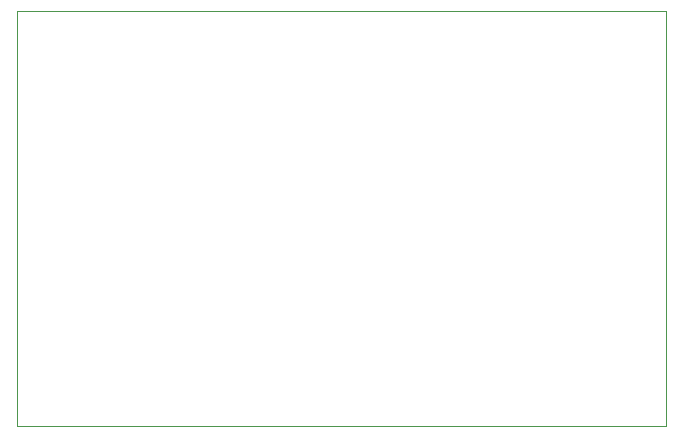
<source format=gbr>
%TF.GenerationSoftware,KiCad,Pcbnew,8.0.8*%
%TF.CreationDate,2025-06-30T12:07:11+05:30*%
%TF.ProjectId,openlog,6f70656e-6c6f-4672-9e6b-696361645f70,rev?*%
%TF.SameCoordinates,Original*%
%TF.FileFunction,Profile,NP*%
%FSLAX46Y46*%
G04 Gerber Fmt 4.6, Leading zero omitted, Abs format (unit mm)*
G04 Created by KiCad (PCBNEW 8.0.8) date 2025-06-30 12:07:11*
%MOMM*%
%LPD*%
G01*
G04 APERTURE LIST*
%TA.AperFunction,Profile*%
%ADD10C,0.050000*%
%TD*%
G04 APERTURE END LIST*
D10*
X95000000Y-51600000D02*
X150000000Y-51600000D01*
X150000000Y-86800000D01*
X95000000Y-86800000D01*
X95000000Y-51600000D01*
M02*

</source>
